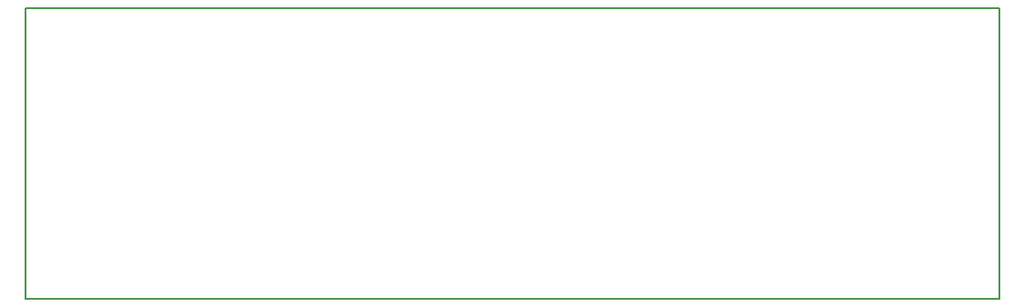
<source format=gbr>
G04 #@! TF.FileFunction,Profile,NP*
%FSLAX46Y46*%
G04 Gerber Fmt 4.6, Leading zero omitted, Abs format (unit mm)*
G04 Created by KiCad (PCBNEW 4.0.5) date 06/01/17 17:38:21*
%MOMM*%
%LPD*%
G01*
G04 APERTURE LIST*
%ADD10C,0.100000*%
%ADD11C,0.150000*%
G04 APERTURE END LIST*
D10*
D11*
X78790800Y-119527320D02*
X78795880Y-92405200D01*
X169316400Y-119527320D02*
X78790800Y-119527320D01*
X169316400Y-92415360D02*
X169316400Y-119527320D01*
X78790800Y-92415360D02*
X169316400Y-92415360D01*
M02*

</source>
